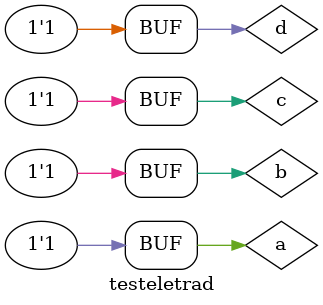
<source format=v>


module letrad (s0,a,b,c,d);
output s0;
input a,b,c,d;
wire t1,t2,t3,t4,t5,t,t7,t8;


or OR1(t1,a,b,c,d);
or OR2(t2,a,b,~c,~d);
or OR3 (t3, a,~b,c,~d);
or OR4 (t4,a,~b,~c,d);
or OR5 (t5,~a,b,c,~d);
or OR6 (t6,~a,b,~c,d);
or OR7 (t7,~a,~b,c,d);
or OR8 (t8,~a,~b,~c,~d);


and AND1 (s0,t1,t2,t3,t4,t5,t6,t7,t8); 


endmodule //fim letrad

module testeletrad;

wire s0;
reg a,b,c,d;

letrad D (s0,a,b,c,d);

 initial begin
 $display("LUIZ MARQUES DE OLIVEIRA");
 $display("PROVA - LETRA D");
      $display("\na  b   c   d  s0\n");
      $monitor("%b  %b   %b   %b  %b", a, b, c, d, s0);
  
	     a=0; b=0; c=0; d=0;  
    #1  a=0; b=0; c=0; d=1;
    #1  a=0; b=0; c=1; d=0;
    #1  a=0; b=0; c=1; d=1;
    #1  a=0; b=1; c=0; d=0;
 	 #1  a=0; b=1; c=0; d=1;
    #1  a=0; b=1; c=1; d=0;
    #1  a=0; b=1; c=1; d=1;
    #1  a=1; b=0; c=0; d=0;
    #1  a=1; b=0; c=0; d=1;
    #1  a=1; b=0; c=1; d=0;
    #1  a=1; b=0; c=1; d=1;
    #1  a=1; b=1; c=0; d=0;
    #1  a=1; b=1; c=0; d=1;
    #1  a=1; b=1; c=1; d=0;
    #1  a=1; b=1; c=1; d=1;


        
    end
    endmodule


</source>
